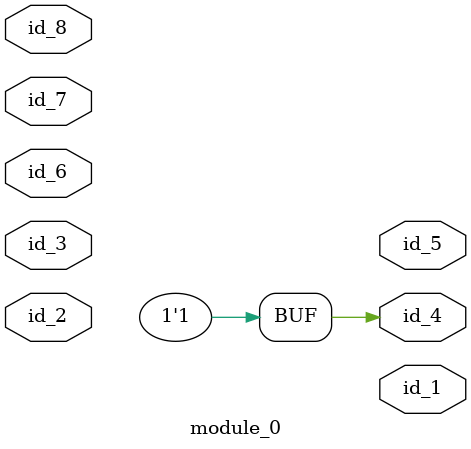
<source format=v>
module module_0 (
    id_1,
    id_2,
    id_3,
    id_4,
    id_5,
    id_6,
    id_7,
    id_8
);
  input id_8;
  input id_7;
  inout id_6;
  output id_5;
  output id_4;
  inout id_3;
  inout id_2;
  output id_1;
  assign id_4 = 1;
endmodule

</source>
